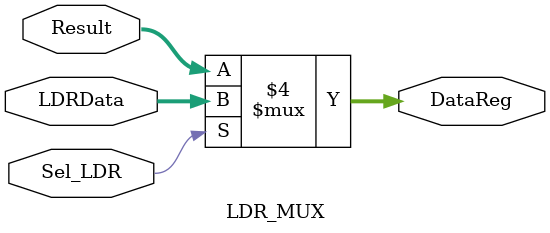
<source format=v>
module Processor (clk);
input clk;
wire [31:0] InstrFetch, Source1, Source2, Result, Data, DataReg;
wire RW, S;
wire [15:0] AddBus, i;
wire [4:0] shift_ror;
wire [3:0] SourceSel1, SourceSel2, dest_reg, OP_CODE, COND;
wire [7:0] PC;
	
    RAM ram (RW, Data, AddBus, InstrFetch);
   instruction_decoder inst (InstrFetch, i, shift_ror, SourceSel1,SourceSel2,dest_reg,S,OP_CODE,COND);
MemoryControlAll memcont(Source1, Source2, Result, Data, RW, PC, AddBus, OP_CODE, DataReg);
PCInstructionAccess pc (clk, PC);
	
register_all register (dest_reg, SourceSel1, SourceSel2, Source1, Source2, DataReg);
	
ALU alu (OP_CODE, Result, Source1, Source2, COND, S, shift_ror, i); 	


		
endmodule

module RAM (ReadWrite, Data, Address, InstructionFetch);
	input ReadWrite;
	input [15:0] Address;
	output reg [31:0] InstructionFetch;
	inout [31:0] Data;
	reg [31:0] Mem[0:(1<<16)-1];
	assign Data = (ReadWrite) ? Mem[Address] : 32'bz; //out
	always @(*)
	begin
	if (!ReadWrite) 
		Mem[Address] = Data; //Write in
	else if (Address <= 16'b0000000100000000)
		InstructionFetch = Mem[Address];
	end
endmodule

module PCInstructionAccess (clk, PC);
	input clk;
	output reg [7:0] PC;
	assign PC = 0;
	always @ (posedge clk)
	begin
		PC = PC+1;
	end
endmodule


module instruction_decoder (instruction,i,shift_ror,src_reg1,src_reg2,dest_reg,Sbit,OPcode,cond);
input [31:0] instruction;
output reg [15:0] i;
output reg[4:0] shift_ror;
output reg [3:0] src_reg1, src_reg2, dest_reg;
output reg Sbit;
output reg [3:0] OPcode,cond;

assign unused = instruction[2:0];
assign i = instruction[18:3];
assign shift_ror = instruction[10:6];
assign src_reg1 = instruction[14:11];
assign src_reg2 = instruction[18:15];
assign dest_reg = instruction[22:19];
assign Sbit = instruction[23];
assign OPcode = instruction[27:24];
assign cond = instruction[31:28];

endmodule

// Register module that includes decoder, register bank, and MUXs
module register_all(destination, SourceSel1, SourceSel2, Source1, Source2, DataReg);
input [3:0] destination, SourceSel1, SourceSel2;
input [31:0] DataReg;
output [31:0] Source1, Source2;
wire [15:0] enable;
wire [31:0] R0, R1, R2, R3, R4, R5, R6, R7, R8, R9, R10, R11, R12, R13, R14, R15;
 
four_to_sixteen_decoder DEC(destination, enable);	// call decoder
registerbank RegBank (enable, R0, R1, R2, R3, R4, R5, R6, R7, R8, R9, R10, R11, R12, R13, R14, R15, DataReg);	// call register bank
thirtytwo_bit_sixteen_to_one_MUX MUX1(SourceSel1, Source1, R0, R1, R2, R3, R4, R5, R6, R7, R8, R9, R10, R11, R12, R13, R14, R15); // call MUX
thirtytwo_bit_sixteen_to_one_MUX MUX2(SourceSel2, Source2, R0, R1, R2, R3, R4, R5, R6, R7, R8, R9, R10, R11, R12, R13, R14, R15); // call MUX
 
endmodule

// decoder module
module four_to_sixteen_decoder(destination, enable);
input [3:0] destination;
output reg [15:0] enable;
always@*
        	begin
                    	case(destination)
                                	4'b0000: enable = 16'b0000000000000001; //0
                                	4'b0001: enable = 16'b0000000000000010; //1
                                	4'b0010: enable = 16'b0000000000000100; //2
                                	4'b0011: enable = 16'b0000000000001000; //3
                                	4'b0100: enable = 16'b0000000000010000; //4
                                	4'b0101: enable = 16'b0000000000100000; //5
                                	4'b0110: enable = 16'b0000000001000000; //6
                                	4'b0111: enable = 16'b0000000010000000; //7
                                	4'b1000: enable = 16'b0000000100000000; //8
                                	4'b1001: enable = 16'b0000001000000000; //9
                                	4'b1010: enable = 16'b0000010000000000; //10
                                	4'b1011: enable = 16'b0000100000000000; //11
                                	4'b1100: enable = 16'b0001000000000000; //12
                                	4'b1101: enable = 16'b0010000000000000; //13
                                	4'b1110: enable = 16'b0100000000000000; //14
                                	4'b1111: enable = 16'b1000000000000000; //15
                                	default: enable = 16'b0000000000000000; //default case
                    	endcase
        	end
endmodule
 
// register bank module
module registerbank (enable, R0, R1, R2, R3, R4, R5, R6, R7, R8, R9, R10, R11, R12, R13, R14, R15, DataReg);
input [15:0] enable;
input [31:0] DataReg;
output reg [31:0] R0, R1, R2, R3, R4, R5, R6, R7, R8, R9, R10, R11, R12, R13, R14, R15;

assign R0 = 0;
assign R1 = 0;
assign R2 = 0;
assign R3 = 0;
assign R4 = 0;
assign R5 = 0;
assign R6 = 0;
assign R7 = 0;
assign R8 = 0;
assign R9 = 0;
assign R10 = 0;
assign R11 = 0;
assign R12 = 0;
assign R13 = 0;
assign R14 = 0;
assign R15 = 0;

always@(*)
        	begin
                    	case(enable)
                                	16'b0000000000000001: R0= DataReg; //0
                                	16'b0000000000000010: R1 = DataReg; //1
                                	16'b0000000000000100: R2 =DataReg; //2
                                	16'b0000000000001000: R3 = DataReg; //3
                                	16'b0000000000010000: R4 = DataReg; //4
                                	16'b0000000000100000: R5 = DataReg; //5
                                	16'b0000000001000000: R6 = DataReg; //6
                                	16'b0000000010000000: R7 = DataReg; //7
                                	16'b0000000100000000: R8 = DataReg; //8
                                	16'b0000001000000000: R9 = DataReg; //9
                                	16'b0000010000000000: R10= DataReg; //10
                                	16'b0000100000000000: R11 = DataReg; //11
                                	16'b0001000000000000: R12 = DataReg; //12
                                	16'b0010000000000000: R13 = DataReg; //13
                                	16'b0100000000000000: R14 = DataReg; //14
                                	16'b1000000000000000: R15 = DataReg; //15
                                	default: R0 = 'bz; //default case Comment: I dont think we need this
                    	endcase
        	end
endmodule
 
// MUX module
module thirtytwo_bit_sixteen_to_one_MUX(SourceSel, Source, R0, R1, R2, R3, R4, R5, R6, R7, R8, R9, R10, R11, R12, R13, R14, R15);
input [3:0] SourceSel;
input [31:0]  R0, R1, R2, R3, R4, R5, R6, R7, R8, R9, R10, R11, R12, R13, R14, R15;
output reg [31:0] Source;
always@*
begin
                    	case(SourceSel)
                                	4'd0: Source = R0;
                                	4'd1: Source = R1;
                                	4'd2: Source = R2;
                                	4'd3: Source = R3;
                                	4'd4: Source = R4;
                                	4'd5: Source = R5;
                                	4'd6: Source = R6;
                                	4'd7: Source = R7;
                                	4'd8: Source = R8;
                                	4'd9: Source = R9;
                                	4'd10: Source = R10;
                                	4'd11: Source = R11;
                                	4'd12: Source = R12;
                                	4'd13: Source = R13;
                                	4'd14: Source = R14;
                                	4'd15: Source = R15;
                                	default: Source = 32'bz; //default case
                    	endcase
        	end
endmodule     

module ALU (OP_CODE, R3, R1, R2, COND, S, n, i); 
    //input CLK;
    input S;
	input [3:0] OP_CODE, COND;
	input [31:0] R1, R2;
	input [4:0] n;
	input [15:0] i;
	//inout [3:0] FLAGS_Reg;
	output reg [31:0] R3;
	wire [3:0] FLAGS;
	wire [31:0] DataOut;
	wire RESULT, Carry;
	reg [3:0] FLAGS_Reg;

    CONDITION cndcheck (R1, R2, COND, FLAGS_Reg, RESULT);
    OPCODE opcheck (OP_CODE, R1, R2, DataOut, Carry, n, i);
    SET_FLAGS flags (R1, R2, DataOut, Carry, FLAGS, S, OP_CODE);
	//always @ (posedge CLK) 
	always @ *
	begin
		if (RESULT)
		begin
			R3 = DataOut;	
			if (S) FLAGS_Reg = FLAGS;
			else if (OP_CODE == 4'b1011) FLAGS_Reg = FLAGS;
		end
		else R3 = 32'bz0000000000000000000000000000000;
	end
endmodule


module SET_FLAGS (R1, R2, R3, carryIn, FLAGS, S, OP_CODE);
    input [31:0] R1, R2, R3;
    input [3:0] OP_CODE;
    input carryIn, S;
    output reg [3:0] FLAGS;        //N = 3, Z=2, C=1, V=0
	always @ *
	begin
		if (S) begin
		FLAGS[3] = R3[31];
		FLAGS[2] = ~(|R3);
		FLAGS[1] = carryIn;
		FLAGS[0] = (!R1[31]&&!R2[31]&&R3[31])||(R1[31]&&R2[31]&&!R3[31]);
		end
		else if(OP_CODE == 4'b1011)
		begin
			FLAGS = (R1 == R2) ? 4'b0100 : ((R1 < R2) ? 4'b1000 : 4'b0010) ;
		end
		//FLAGS = (R1 == R2) ? 4'b0100 : ((R1 < R2) ? 4'b1000 : 4'b0010));
		
	end
endmodule

module CONDITION (R1, R2, COND, FLAGS, RESULT);
	input [3:0] FLAGS, COND;
	input [31:0] R1, R2;
	output reg RESULT;
	always @*
	begin
		case (COND)
			4'b0001 : RESULT = FLAGS[2] ? 1 : 0;
			4'b0010 : RESULT = ((FLAGS[2]==0) && (FLAGS[3] == FLAGS[0])) ? 1 : 0;
			4'b0011 : RESULT = (FLAGS[3] != FLAGS[0]) ? 1 : 0;
			4'b0100 : RESULT = (FLAGS[3] == FLAGS[0]) ? 1 : 0;
			4'b0101 : RESULT = ((FLAGS[2] == 1) || (FLAGS[3] != FLAGS[0])) ? 1 : 0;
			4'b0110 : RESULT = ((FLAGS[1] == 1) && (FLAGS[2] == 0)) ? 1 : 0;
			4'b0111 : RESULT = (FLAGS[1] == 0) ? 1 : 0;
			4'b1000 : RESULT = FLAGS[1] ? 1 : 0;
			4'b0000 : RESULT = 1; 
			default : RESULT = 1'bx;
		endcase
	end
endmodule

module OPCODE (OP_CODE, R1, R2, R3, Carry, n, i);
input [3:0] OP_CODE;
input [31:0] R1, R2;
input [4:0] n;
input [15:0] i;
output reg Carry;
output reg [31:0] R3;
wire [31:0] Add_Out, Sub_Out, Mul_Out, Or_Out, And_Out, Xor_Out, Lsr_Out, Lsl_Out, Ror_Out, DataOut;
wire Carry_Add, Carry_Sub, Carry_Mul, Carry_And, Carry_Or, Carry_Xor, Carry_Lsr, Carry_Lsl;
wire [31:0] Init_Out, Copy_Out, Adr_Out;

    ADDER add (R1, R2, Add_Out, Carry_Add);
    SUBTRACTOR subtract (R1, R2, Sub_Out, Carry_Sub);
    MULTIPLIER multiply (R1, R2, Mul_Out, Carry_Mul);
    AND and1 (R1, R2, And_Out, Carry_And);
    OR or1 (R1, R2, Or_Out, Carry_Or);
    XOR xor1 (R1, R2, Xor_Out, Carry_Xor);	
    LogicalShiftLeft lsl (Lsl_Out, R2, n, Carry_Lsl);
    RotateRight ror (Ror_Out, R2, n);
    LogicalShiftRight lsr(Lsr_Out, R2, n, Carry_Lsr);
    Address address(Adr_Out, i);
    INIT init(Init_Out, i);
    COPY copy(Copy_Out, R1);
    
		always@ *
		begin 

			case(OP_CODE)
				4'b0000 :  
					begin 
						R3 = {Add_Out[31:0]}; 
						Carry = Carry_Add;
					end
				4'b0001 :  
					begin 
						R3 = {Sub_Out[31:0]}; 
						Carry = Carry_Sub;
					end 
				4'b0010 :  
					begin
						R3 = {Mul_Out[31:0]}; 
						Carry = Carry_Mul;
					end 
				4'b0011 :  
					begin 
						R3 = {Or_Out[31:0]}; 
						Carry = Carry_Or;
					end 
				4'b0100 :  begin 
						R3 = {And_Out[31:0]}; 
						Carry = Carry_And;
					end 
				4'b0101 :  begin 
						R3 = {Xor_Out[31:0]}; 
						Carry = Carry_Xor;
					end 
				4'b0110 :  R3 = Init_Out;
				4'b0111 :  R3 = Copy_Out;
				4'b1000 :  begin
				        R3 = {Lsr_Out[31:0]};
				        Carry = Carry_Lsr;
				        end
				4'b1001 :  begin
				        R3 = {Lsl_Out[31:0]};
				        Carry = Carry_Lsl;
				        end
				4'b1010 :  R3 = {Ror_Out[31:0]};
				4'b1011 :  R3 = 'bz;
				4'b1100 :  R3 = Adr_Out;
				4'b1101 :  R3 = 'bz; //Changed from DataReg since its not defined
				4'b1110 :  R3 = 'bz;//Changed from DataReg since its not defined
				default :  R3 = R3; 
			endcase
		end
endmodule

module ADDER(R1, R2, Add_Out, Carry_Add);
	input [31:0] R1, R2;
	output Carry_Add;
	output [31:0] Add_Out;

    assign {Carry_Add, Add_Out} = R1+R2;

endmodule

module SUBTRACTOR(R1, R2, Sub_Out, Carry_Sub);
	input [31:0] R1, R2;
	output Carry_Sub;
	output [31:0] Sub_Out;

	assign {Carry_Sub, Sub_Out} = R1 - R2;

endmodule

module MULTIPLIER(R1, R2, Mul_Out, Carry_Mul);
	input [31:0] R1, R2;
	output Carry_Mul;
	output [31:0] Mul_Out;

	assign {Carry_Mul, Mul_Out} = R1*R2;

endmodule

module OR(R1, R2, Or_Out, Carry_Or);
	input [31:0] R1, R2;
	output Carry_Or;
	output [31:0] Or_Out;

	assign Or_Out = R1 | R2;
	assign Carry_Or = 0;

endmodule

module AND(R1, R2, And_Out, Carry_And);
	input [31:0] R1, R2;
	output Carry_And;
	output [31:0] And_Out;

	assign And_Out = R1 & R2;
	assign Carry_And=0;

endmodule

module XOR(R1, R2, Xor_Out, Carry_Xor);
	input [31:0] R1, R2;
	output Carry_Xor;
	output [31:0] Xor_Out;

	assign Xor_Out = R1 & R2;
	assign Carry_Xor=0;

endmodule

module INIT(Init_Out, i);
input [15:0] i;
output [31:0] Init_Out;

assign Init_Out = i;

endmodule

module COPY(Copy_Out, R1);
output[31:0] Copy_Out;
input [31:0] R1;

assign Copy_Out=R1;

endmodule 

module LogicalShiftRight (Lsr_Out, R2, n, Carry_Lsr);
input[31:0] R2;
input[4:0] n;
output [31:0] Lsr_Out;
output Carry_Lsr;

assign Lsr_Out = (R2 >> n);
assign Carry_Lsr = 0;
endmodule

module LogicalShiftLeft (Lsl_Out, R2, n, Carry_Lsl);
input[31:0] R2;
input[4:0] n;
output [31:0] Lsl_Out;
output Carry_Lsl;

assign Lsl_Out = (R2 << n);
assign Carry_Lsl = R2[32 - n];

endmodule

module RotateRight(Ror_Out, R2, n);
input[31:0] R2;
input[4:0] n;
output reg[31:0] Ror_Out;
integer i;

always @(*) begin
	Ror_Out = R2;
	for (i = 0; i <= n; i = i +1) begin
		Ror_Out = Ror_Out >> 1;

		if(R2[i] == 1'b1) begin
			Ror_Out[31] = 1'b1;
		end else begin
			Ror_Out[31] = 1'b0;
		end

	end

end

endmodule

module Address(Adr_Out, i);
input [15:0] i;
output [31:0] Adr_Out;

assign Adr_Out = i;

endmodule


// Mem_Control and MUXs
module MemoryControlAll (Source1, Source2, Result, DataBus, RW, PC, AdrBus, OpCode, DataReg);
input [3:0] OpCode;
input [31:0] Source1, Source2, Result; 
inout [31:0] DataBus;
input [7:0] PC;
output RW;
output [15:0] AdrBus;
output [31:0] DataReg;
wire [15:0] Adr;
wire Sel_Adr, Sel_LDR;
wire [31:0] LDRData;
mem_control MC (Source1, Source2, OpCode, DataBus, Adr, LDRData, RW, Sel_LDR, Sel_Adr);

AddBusMUX Add_MUX (Adr, AdrBus, PC, Sel_Adr);
LDR_MUX ldrMUX (DataReg, Result, LDRData, Sel_LDR);

endmodule

// Memory Control
module mem_control (Source1, Source2, OpCode, DataBus, Adr, LDRData, RW, Sel_LDR, Sel_Adr);
input [3:0] OpCode;
input [31:0] Source1, Source2; 
output reg RW, Sel_LDR, Sel_Adr;
output reg [31:0] LDRData;
output reg [15:0] Adr;
inout [31:0] DataBus;

assign DataBus = (OpCode == 4'b1110 ) ? Source2 : 'bz; //out (If opcode = store, the Data bus is going out and equals Source2)
assign Adr = Source1;
assign DataBus = Source2;
assign Sel_Adr = 0;
assign Sel_LDR = 0;
assign RW = 1;
always@*
begin
case (OpCode)
4'b1101: 
begin
LDRData = DataBus;
Sel_Adr = 1;
RW = 1;
Sel_LDR = 1; end
4'b1110: 
begin
//DataBus = Source2; dont need this since it is already above
Sel_Adr = 1; 
RW = 0;
end
default: 
	begin
		LDRData = 32'bz;
		Sel_Adr = 0;
		Sel_LDR = 0;
	end

endcase
end
endmodule 


// AddBusMUX
module AddBusMUX (Adr, AdrBus, PC, Sel_Adr);
input [15:0] Adr;
input [7:0]PC;
input Sel_Adr;
output reg [15:0] AdrBus;

always@*
begin
		if(Sel_Adr)
			AdrBus = Adr;
else
AdrBus = PC;
end
endmodule 


// LDR MUX
module LDR_MUX (DataReg, Result, LDRData, Sel_LDR);
input [31:0] Result, LDRData;
input Sel_LDR;
output reg [31:0] DataReg;

always@*
begin
	if(Sel_LDR)
		DataReg = LDRData;
else
DataReg = Result;
end
endmodule 

</source>
